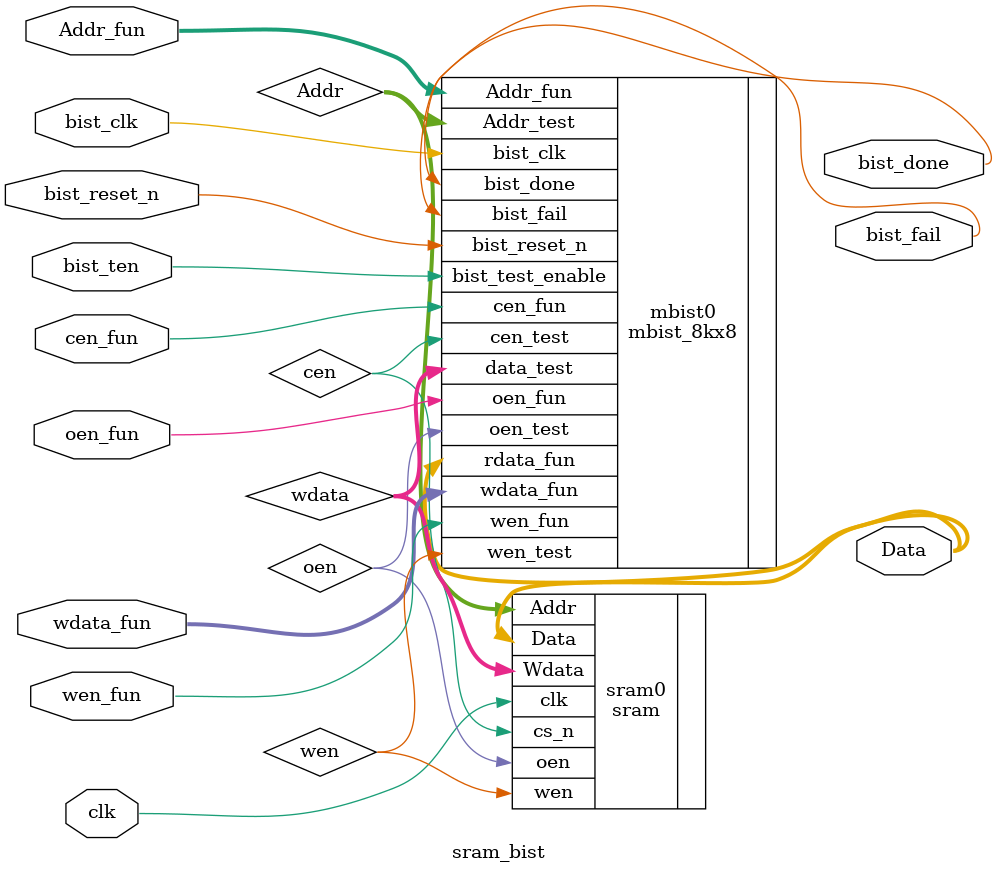
<source format=v>
module sram_bist(
	input       clk,
	input       bist_clk,
	input       bist_reset_n,
	input       bist_ten,
	input [12:0]Addr_fun,
	input       wen_fun,
	input	    cen_fun,
	input	    oen_fun,
	input [7 :0]wdata_fun,
	output[7 :0]Data,
	output      bist_done,   
	output      bist_fail 
);

wire [7 :0]wdata;
wire [12:0]Addr;
wire      wen;
wire      cen;
wire      oen;

mbist_8kx8 mbist0(
 .bist_clk         (bist_clk        ),
 .bist_reset_n     (bist_reset_n    ),
 .bist_test_enable (bist_ten        ),
 .Addr_fun         (Addr_fun[12:0]  ),
 .wen_fun          (wen_fun         ),
 .cen_fun          (cen_fun         ),
 .oen_fun          (oen_fun         ),
 .wdata_fun        (wdata_fun[7:0]  ),
 .rdata_fun        (Data     [7:0]  ),
 .data_test        (wdata    [7:0]  ),
 .Addr_test        (Addr[12:0]      ),
 .wen_test         (wen             ),
 .cen_test         (cen             ),
 .oen_test         (oen             ),
 .bist_done        (bist_done       ),
 .bist_fail        (bist_fail       )
 );

sram sram0(
 .clk    (clk       ),
 .cs_n   (cen       ),
 .wen    (wen       ),
 .oen    (oen       ),
 .Addr   (Addr[12:0]),
 .Wdata  (wdata[7:0]),
 .Data   (Data[7:0] )
);



endmodule



</source>
